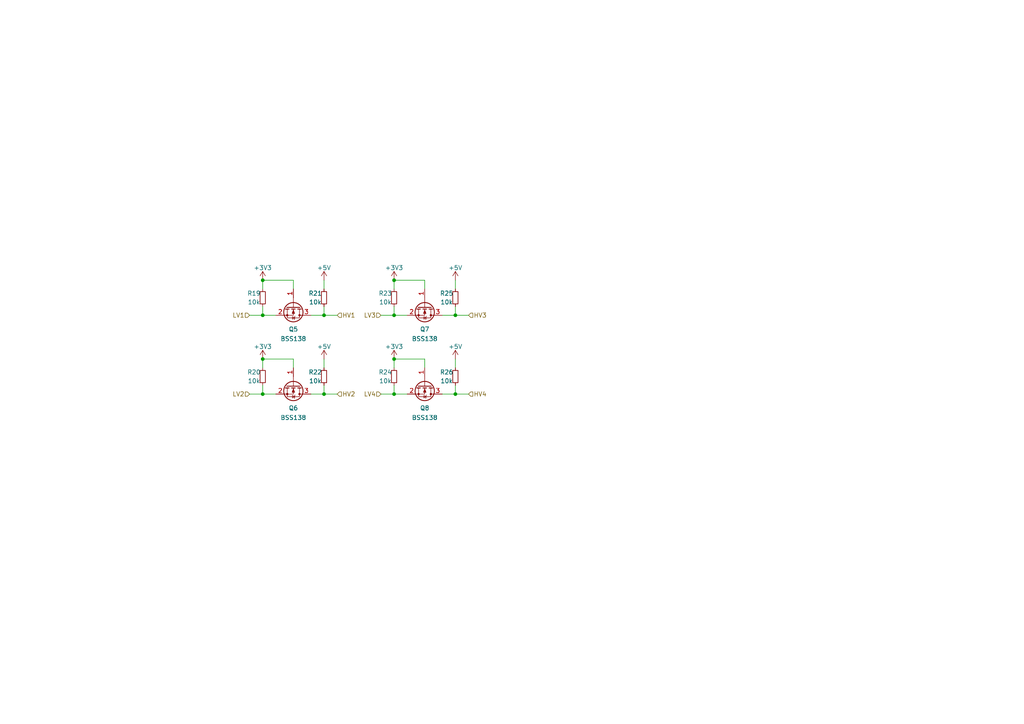
<source format=kicad_sch>
(kicad_sch (version 20230121) (generator eeschema)
  (paper "A4")
  (lib_symbols
    (symbol "Device:R_Small" (pin_numbers hide) (pin_names (offset 0.254) hide)
      (property "Reference" "R" (at 0.762 0.508 0))
      (property "Value" "R_Small" (at 0.762 -1.016 0))
      (symbol "R_Small_0_1"
        (rectangle (start -0.762 1.778) (end 0.762 -1.778) (stroke (width 0.2032)))
      )
      (symbol "R_Small_1_1"
        (pin passive line (at 0 2.54 270) (length 0.762) (name "~") (number "1"))
        (pin passive line (at 0 -2.54 90) (length 0.762) (name "~") (number "2"))
      )
    )
    (symbol "Transistor_FET:BSS138" (pin_names hide)
      (property "Reference" "Q" (at 5.08 1.905 0))
      (property "Value" "BSS138" (at 5.08 0 0))
      (symbol "BSS138_0_1"
        (polyline (pts (xy 0.254 0) (xy -2.54 0)))
        (polyline (pts (xy 0.254 1.905) (xy 0.254 -1.905)) (stroke (width 0.254)))
        (polyline (pts (xy 0.762 -1.27) (xy 0.762 -2.286)) (stroke (width 0.254)))
        (polyline (pts (xy 0.762 0.508) (xy 0.762 -0.508)) (stroke (width 0.254)))
        (polyline (pts (xy 0.762 2.286) (xy 0.762 1.27)) (stroke (width 0.254)))
        (polyline (pts (xy 2.54 2.54) (xy 2.54 1.778)))
        (polyline (pts (xy 2.54 -2.54) (xy 2.54 0) (xy 0.762 0)))
        (polyline (pts (xy 0.762 -1.778) (xy 3.302 -1.778) (xy 3.302 1.778) (xy 0.762 1.778)))
        (polyline (pts (xy 1.016 0) (xy 2.032 0.381) (xy 2.032 -0.381) (xy 1.016 0)) (fill (type outline)))
        (polyline (pts (xy 2.794 0.508) (xy 2.921 0.381) (xy 3.683 0.381) (xy 3.81 0.254)))
        (polyline (pts (xy 3.302 0.381) (xy 2.921 -0.254) (xy 3.683 -0.254) (xy 3.302 0.381)))
        (circle (center 1.651 0) (radius 2.794) (stroke (width 0.254)))
        (circle (center 2.54 -1.778) (radius 0.254) (fill (type outline)))
        (circle (center 2.54 1.778) (radius 0.254) (fill (type outline)))
      )
      (symbol "BSS138_1_1"
        (pin input line (at -5.08 0 0) (length 2.54) (name "G") (number "1"))
        (pin passive line (at 2.54 -5.08 90) (length 2.54) (name "S") (number "2"))
        (pin passive line (at 2.54 5.08 270) (length 2.54) (name "D") (number "3"))
      )
    )
    (symbol "power:+3V3" (power) (pin_names (offset 0))
      (property "Value" "+3V3" (at 0 3.556 0))
      (symbol "+3V3_0_1"
        (polyline (pts (xy -0.762 1.27) (xy 0 2.54)))
        (polyline (pts (xy 0 0) (xy 0 2.54)))
        (polyline (pts (xy 0 2.54) (xy 0.762 1.27)))
      )
      (symbol "+3V3_1_1"
        (pin power_in line (at 0 0 90) (length 0) hide (name "+3V3") (number "1"))
      )
    )
    (symbol "power:+5V" (power) (pin_names (offset 0))
      (property "Value" "+5V" (at 0 3.556 0))
      (symbol "+5V_0_1"
        (polyline (pts (xy -0.762 1.27) (xy 0 2.54)))
        (polyline (pts (xy 0 0) (xy 0 2.54)))
        (polyline (pts (xy 0 2.54) (xy 0.762 1.27)))
      )
      (symbol "+5V_1_1"
        (pin power_in line (at 0 0 90) (length 0) hide (name "+5V") (number "1"))
      )
    )
  )
  (junction (at 93.98 114.3))
  (junction (at 114.3 81.28))
  (junction (at 93.98 91.44))
  (junction (at 76.2 81.28))
  (junction (at 76.2 114.3))
  (junction (at 114.3 104.14))
  (junction (at 114.3 114.3))
  (junction (at 76.2 104.14))
  (junction (at 76.2 91.44))
  (junction (at 114.3 91.44))
  (junction (at 132.08 114.3))
  (junction (at 132.08 91.44))
  (wire (pts (xy 132.08 91.44) (xy 135.89 91.44)))
  (wire (pts (xy 114.3 81.28) (xy 123.19 81.28)))
  (wire (pts (xy 76.2 91.44) (xy 80.01 91.44)))
  (wire (pts (xy 85.09 81.28) (xy 85.09 83.82)))
  (wire (pts (xy 93.98 91.44) (xy 90.17 91.44)))
  (wire (pts (xy 132.08 81.28) (xy 132.08 83.82)))
  (wire (pts (xy 110.49 91.44) (xy 114.3 91.44)))
  (wire (pts (xy 132.08 114.3) (xy 135.89 114.3)))
  (wire (pts (xy 76.2 88.9) (xy 76.2 91.44)))
  (wire (pts (xy 132.08 91.44) (xy 128.27 91.44)))
  (wire (pts (xy 114.3 88.9) (xy 114.3 91.44)))
  (wire (pts (xy 110.49 114.3) (xy 114.3 114.3)))
  (wire (pts (xy 132.08 88.9) (xy 132.08 91.44)))
  (wire (pts (xy 93.98 114.3) (xy 97.79 114.3)))
  (wire (pts (xy 114.3 83.82) (xy 114.3 81.28)))
  (wire (pts (xy 76.2 104.14) (xy 85.09 104.14)))
  (wire (pts (xy 76.2 106.68) (xy 76.2 104.14)))
  (wire (pts (xy 93.98 111.76) (xy 93.98 114.3)))
  (wire (pts (xy 76.2 83.82) (xy 76.2 81.28)))
  (wire (pts (xy 76.2 114.3) (xy 80.01 114.3)))
  (wire (pts (xy 93.98 91.44) (xy 97.79 91.44)))
  (wire (pts (xy 132.08 114.3) (xy 128.27 114.3)))
  (wire (pts (xy 93.98 81.28) (xy 93.98 83.82)))
  (wire (pts (xy 123.19 81.28) (xy 123.19 83.82)))
  (wire (pts (xy 114.3 106.68) (xy 114.3 104.14)))
  (wire (pts (xy 132.08 111.76) (xy 132.08 114.3)))
  (wire (pts (xy 123.19 104.14) (xy 123.19 106.68)))
  (wire (pts (xy 72.39 91.44) (xy 76.2 91.44)))
  (wire (pts (xy 114.3 111.76) (xy 114.3 114.3)))
  (wire (pts (xy 72.39 114.3) (xy 76.2 114.3)))
  (wire (pts (xy 85.09 104.14) (xy 85.09 106.68)))
  (wire (pts (xy 132.08 104.14) (xy 132.08 106.68)))
  (wire (pts (xy 93.98 104.14) (xy 93.98 106.68)))
  (wire (pts (xy 76.2 81.28) (xy 85.09 81.28)))
  (wire (pts (xy 114.3 104.14) (xy 123.19 104.14)))
  (wire (pts (xy 93.98 114.3) (xy 90.17 114.3)))
  (wire (pts (xy 114.3 91.44) (xy 118.11 91.44)))
  (wire (pts (xy 76.2 111.76) (xy 76.2 114.3)))
  (wire (pts (xy 93.98 88.9) (xy 93.98 91.44)))
  (wire (pts (xy 114.3 114.3) (xy 118.11 114.3)))
  (hierarchical_label "LV2" (shape input) (at 72.39 114.3 180))
  (hierarchical_label "LV4" (shape input) (at 110.49 114.3 180))
  (hierarchical_label "HV2" (shape input) (at 97.79 114.3 0))
  (hierarchical_label "HV3" (shape input) (at 135.89 91.44 0))
  (hierarchical_label "HV4" (shape input) (at 135.89 114.3 0))
  (hierarchical_label "HV1" (shape input) (at 97.79 91.44 0))
  (hierarchical_label "LV1" (shape input) (at 72.39 91.44 180))
  (hierarchical_label "LV3" (shape input) (at 110.49 91.44 180))
  (symbol (lib_id "power:+5V") (at 93.98 81.28 0) (unit 1)
    (property "Reference" "#PWR0152" (effects hide))
    (property "Value" "+5V" (at 93.98 77.6755 0))
  )
  (symbol (lib_id "power:+5V") (at 93.98 104.14 0) (unit 1)
    (property "Reference" "#PWR0150" (effects hide))
    (property "Value" "+5V" (at 93.98 100.5355 0))
  )
  (symbol (lib_id "Device:R_Small") (at 132.08 109.22 180) (unit 1)
    (property "Reference" "R26" (at 129.54 107.95 0))
    (property "Value" "10k" (at 129.54 110.49 0))
    (property "Footprint" "Resistor_SMD:R_0603_1608Metric" (effects hide))
  )
  (symbol (lib_id "Transistor_FET:BSS138") (at 123.19 88.9 270) (unit 1)
    (property "Reference" "Q7" (at 123.19 95.4945 90))
    (property "Value" "BSS138" (at 123.19 98.2696 90))
    (property "Footprint" "Package_TO_SOT_SMD:SOT-323_SC-70" (effects hide))
    (property "Datasheet" "https://www.onsemi.com/pub/Collateral/BSS138-D.PDF" (effects hide))
  )
  (symbol (lib_id "power:+3V3") (at 76.2 104.14 0) (unit 1)
    (property "Reference" "#PWR0151" (effects hide))
    (property "Value" "+3V3" (at 76.2 100.5355 0))
  )
  (symbol (lib_id "power:+5V") (at 132.08 81.28 0) (unit 1)
    (property "Reference" "#PWR0148" (effects hide))
    (property "Value" "+5V" (at 132.08 77.6755 0))
  )
  (symbol (lib_id "Device:R_Small") (at 114.3 86.36 180) (unit 1)
    (property "Reference" "R23" (at 111.76 85.09 0))
    (property "Value" "10k" (at 111.76 87.63 0))
    (property "Footprint" "Resistor_SMD:R_0603_1608Metric" (effects hide))
  )
  (symbol (lib_id "Device:R_Small") (at 132.08 86.36 180) (unit 1)
    (property "Reference" "R25" (at 129.54 85.09 0))
    (property "Value" "10k" (at 129.54 87.63 0))
    (property "Footprint" "Resistor_SMD:R_0603_1608Metric" (effects hide))
  )
  (symbol (lib_id "power:+3V3") (at 114.3 104.14 0) (unit 1)
    (property "Reference" "#PWR0146" (effects hide))
    (property "Value" "+3V3" (at 114.3 100.5355 0))
  )
  (symbol (lib_id "Device:R_Small") (at 76.2 86.36 180) (unit 1)
    (property "Reference" "R19" (at 73.66 85.09 0))
    (property "Value" "10k" (at 73.66 87.63 0))
    (property "Footprint" "Resistor_SMD:R_0603_1608Metric" (effects hide))
  )
  (symbol (lib_id "Device:R_Small") (at 114.3 109.22 180) (unit 1)
    (property "Reference" "R24" (at 111.76 107.95 0))
    (property "Value" "10k" (at 111.76 110.49 0))
    (property "Footprint" "Resistor_SMD:R_0603_1608Metric" (effects hide))
  )
  (symbol (lib_id "Device:R_Small") (at 93.98 86.36 180) (unit 1)
    (property "Reference" "R21" (at 91.44 85.09 0))
    (property "Value" "10k" (at 91.44 87.63 0))
    (property "Footprint" "Resistor_SMD:R_0603_1608Metric" (effects hide))
  )
  (symbol (lib_id "power:+3V3") (at 76.2 81.28 0) (unit 1)
    (property "Reference" "#PWR0149" (effects hide))
    (property "Value" "+3V3" (at 76.2 77.6755 0))
  )
  (symbol (lib_id "Device:R_Small") (at 93.98 109.22 180) (unit 1)
    (property "Reference" "R22" (at 91.44 107.95 0))
    (property "Value" "10k" (at 91.44 110.49 0))
    (property "Footprint" "Resistor_SMD:R_0603_1608Metric" (effects hide))
  )
  (symbol (lib_id "power:+3V3") (at 114.3 81.28 0) (unit 1)
    (property "Reference" "#PWR0145" (effects hide))
    (property "Value" "+3V3" (at 114.3 77.6755 0))
  )
  (symbol (lib_id "Transistor_FET:BSS138") (at 85.09 111.76 270) (unit 1)
    (property "Reference" "Q6" (at 85.09 118.3545 90))
    (property "Value" "BSS138" (at 85.09 121.1296 90))
    (property "Footprint" "Package_TO_SOT_SMD:SOT-323_SC-70" (effects hide))
    (property "Datasheet" "https://www.onsemi.com/pub/Collateral/BSS138-D.PDF" (effects hide))
  )
  (symbol (lib_id "Transistor_FET:BSS138") (at 85.09 88.9 270) (unit 1)
    (property "Reference" "Q5" (at 85.09 95.4945 90))
    (property "Value" "BSS138" (at 85.09 98.2696 90))
    (property "Footprint" "Package_TO_SOT_SMD:SOT-323_SC-70" (effects hide))
    (property "Datasheet" "https://www.onsemi.com/pub/Collateral/BSS138-D.PDF" (effects hide))
  )
  (symbol (lib_id "power:+5V") (at 132.08 104.14 0) (unit 1)
    (property "Reference" "#PWR0147" (effects hide))
    (property "Value" "+5V" (at 132.08 100.5355 0))
  )
  (symbol (lib_id "Transistor_FET:BSS138") (at 123.19 111.76 270) (unit 1)
    (property "Reference" "Q8" (at 123.19 118.3545 90))
    (property "Value" "BSS138" (at 123.19 121.1296 90))
    (property "Footprint" "Package_TO_SOT_SMD:SOT-323_SC-70" (effects hide))
    (property "Datasheet" "https://www.onsemi.com/pub/Collateral/BSS138-D.PDF" (effects hide))
  )
  (symbol (lib_id "Device:R_Small") (at 76.2 109.22 180) (unit 1)
    (property "Reference" "R20" (at 73.66 107.95 0))
    (property "Value" "10k" (at 73.66 110.49 0))
    (property "Footprint" "Resistor_SMD:R_0603_1608Metric" (effects hide))
  )
)
</source>
